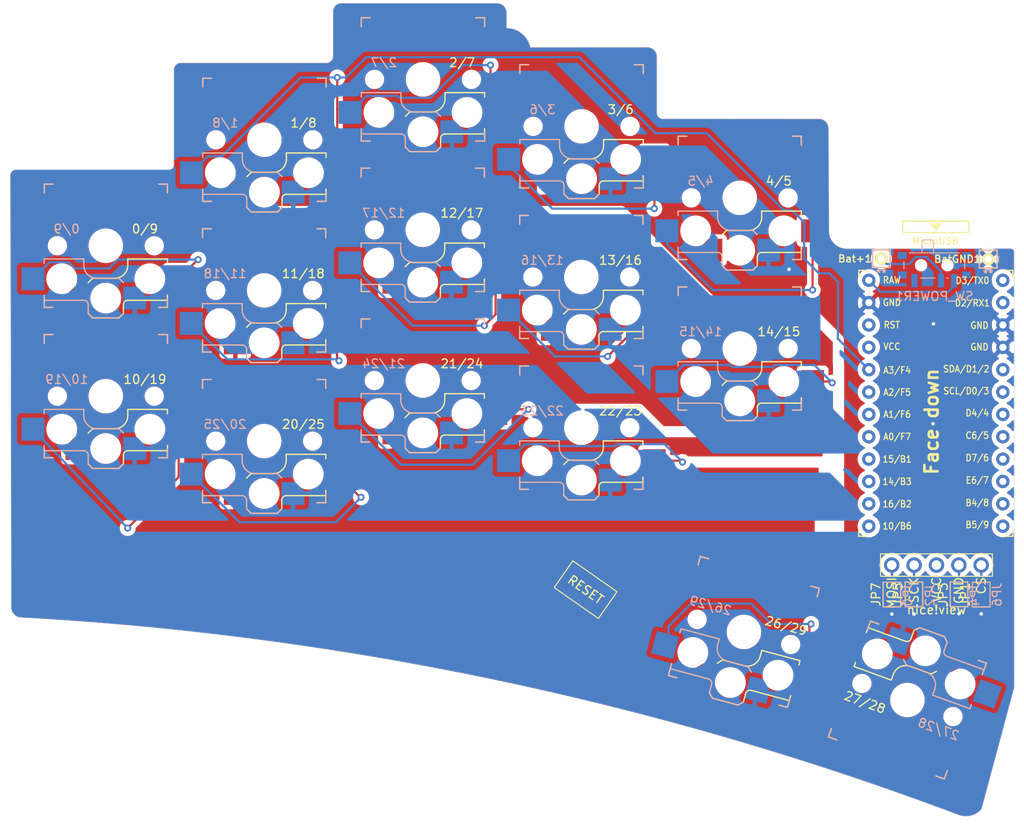
<source format=kicad_pcb>
(kicad_pcb (version 20240108) (generator "pcbnew") (generator_version "8.0")
  (layers (0 "F.Cu" signal) (31 "B.Cu" signal) (34 "B.Paste" user) (35 "F.Paste" user) (36 "B.SilkS" user "B.Silkscreen") (37 "F.SilkS" user "F.Silkscreen") (38 "B.Mask" user) (39 "F.Mask" user) (44 "Edge.Cuts" user))
  (net 0 "")
  (net 1 "BT+")
  (net 2 "gnd")
  (net 3 "vcc")
  (net 4 "reset")
  (net 5 "raw")
  (net 6 "s0")
  (net 7 "s1")
  (net 8 "s2")
  (net 9 "s3")
  (net 10 "MOSI")
  (net 11 "s4")
  (net 12 "SCK")
  (net 13 "CS")
  (net 14 "s10")
  (net 15 "s11")
  (net 16 "s12")
  (net 17 "s13")
  (net 18 "s14")
  (net 19 "s20")
  (net 20 "s21")
  (net 21 "s22")
  (net 22 "s26")
  (net 23 "s27")
  (net 25 "NV1")
  (net 26 "NV5")
  (net 27 "NV2")
  (net 28 "NV4")
  (footprint "kbd:ProMicro_v3" (layer "F.Cu") (at 238.769001 64.325433)
    (property "Reference" "U1" (hide yes))
    (property "Value" "ProMicro-kbd" (hide yes))
  )
  (footprint "chelming-kbd:choc_v1_hotswap_reversible_no_extras" (layer "F.Cu") (at 162.497201 68.120233)
    (property "Reference" "20/25")
    (property "Value" "SW_Push")
  )
  (footprint "chelming-kbd:choc_v1_hotswap_reversible_no_extras" (layer "F.Cu") (at 216.976566 89.805109 -15)
    (property "Reference" "26/29")
    (property "Value" "SW_Push")
  )
  (footprint "chelming-kbd:choc_v1_hotswap_reversible_no_extras" (layer "F.Cu") (at 180.505801 61.236833)
    (property "Reference" "21/24")
    (property "Value" "SW_Push")
  )
  (footprint "chelming-kbd:choc_v1_hotswap_reversible_no_extras" (layer "F.Cu") (at 198.514401 66.596233)
    (property "Reference" "22/23")
    (property "Value" "SW_Push")
  )
  (footprint "chelming-kbd:choc_v1_hotswap_reversible_no_extras" (layer "F.Cu") (at 162.522601 33.881033)
    (property "Reference" "1/8")
    (property "Value" "SW_Push")
  )
  (footprint "chelming-kbd:choc_v1_hotswap_reversible_no_extras" (layer "F.Cu") (at 144.514001 45.920633)
    (property "Reference" "0/9")
    (property "Value" "SW_Push")
  )
  (footprint "chelming-kbd:choc_v1_hotswap_reversible_no_extras" (layer "F.Cu") (at 144.514001 63.014833)
    (property "Reference" "10/19")
    (property "Value" "SW_Push")
  )
  (footprint "chelming-kbd:choc_v1_hotswap_reversible_no_extras" (layer "F.Cu") (at 198.514401 49.476633)
    (property "Reference" "13/16")
    (property "Value" "SW_Push")
  )
  (footprint "chelming-kbd:choc_v1_hotswap_reversible_no_extras" (layer "F.Cu") (at 180.505801 44.117233)
    (property "Reference" "12/17")
    (property "Value" "SW_Push")
  )
  (footprint "chelming-kbd:choc_v1_hotswap_reversible_no_extras" (layer "F.Cu") (at 198.539801 32.357033)
    (property "Reference" "3/6")
    (property "Value" "SW_Push")
  )
  (footprint "chelming-kbd:choc_v1_hotswap_reversible_no_extras" (layer "F.Cu") (at 180.531201 27.023033)
    (property "Reference" "2/7")
    (property "Value" "SW_Push")
  )
  (footprint "Button_Switch_SMD:SW_SPST_CK_RS282G05A3" (layer "F.Cu") (at 199 85 -35)
    (property "Reference" "RSW1" (hide yes))
    (property "Value" "SW_Push")
  )
  (footprint "chelming-kbd:choc_v1_hotswap_reversible_no_extras" (layer "F.Cu") (at 162.497201 51.000633)
    (property "Reference" "11/18")
    (property "Value" "SW_Push")
  )
  (footprint "chelming-kbd:choc_v1_hotswap_reversible_no_extras" (layer "F.Cu") (at 216.5 57.6)
    (property "Reference" "14/15")
    (property "Value" "SW_Push")
  )
  (footprint "chelming-kbd:choc_v1_hotswap_reversible_no_extras" (layer "F.Cu") (at 235.54168 97.538636 160)
    (property "Reference" "27/28")
    (property "Value" "SW_Push")
  )
  (footprint "Jumper:SolderJumper-2_P1.3mm_Open_TrianglePad1.0x1.5mm" (layer "F.Cu") (at 243.925 85.55 90)
    (property "Reference" "JP1")
    (property "Value" "Jumper_2_Small_Open")
  )
  (footprint "nice_view:nice_view" (layer "F.Cu") (at 238.842625 65.697008)
    (property "Reference" "J1")
    (property "Value" "nice!view")
  )
  (footprint "Jumper:SolderJumper-2_P1.3mm_Open_TrianglePad1.0x1.5mm" (layer "F.Cu") (at 241.4 85.525 90)
    (property "Reference" "JP3")
    (property "Value" "Jumper_2_Small_Open")
  )
  (footprint "kbd:1pin_conn" (layer "F.Cu") (at 232.575801 47.393833)
    (property "Reference" "Bat+1")
    (property "Value" "MountingHole_Pad" (hide yes))
  )
  (footprint "kbd:1pin_conn" (layer "F.Cu") (at 244.717001 47.444633)
    (property "Reference" "BatGND1")
    (property "Value" "MountingHole_Pad" (hide yes))
  )
  (footprint "Jumper:SolderJumper-2_P1.3mm_Open_TrianglePad1.0x1.5mm" (layer "F.Cu") (at 236.275 85.525 90)
    (property "Reference" "JP5")
    (property "Value" "Jumper_2_Small_Open")
  )
  (footprint "Jumper:SolderJumper-2_P1.3mm_Open_TrianglePad1.0x1.5mm" (layer "F.Cu") (at 233.775 85.55 90)
    (property "Reference" "JP7")
    (property "Value" "Jumper_2_Small_Open")
  )
  (footprint "chelming-kbd:choc_v1_hotswap_reversible_no_extras" (layer "F.Cu") (at 216.5 40.4804)
    (property "Reference" "4/5")
    (property "Value" "SW_Push")
  )
  (footprint "Jumper:SolderJumper-2_P1.3mm_Open_TrianglePad1.0x1.5mm" (layer "B.Cu") (at 243.925 85.575 90)
    (property "Reference" "JP6")
    (property "Value" "Jumper_2_Small_Open")
  )
  (footprint "Jumper:SolderJumper-2_P1.3mm_Open_TrianglePad1.0x1.5mm" (layer "B.Cu") (at 233.8 85.55 90)
    (property "Reference" "JP0")
    (property "Value" "Jumper_2_Small_Open")
  )
  (footprint "Button_Switch_SMD:SW_SPDT_PCM12" (layer "B.Cu") (at 238.595601 48.47)
    (property "Reference" "SW_POWER1")
    (property "Value" "SW_SPDT")
  )
  (footprint "Jumper:SolderJumper-2_P1.3mm_Open_TrianglePad1.0x1.5mm" (layer "B.Cu") (at 236.3 85.55 90)
    (property "Reference" "JP2")
    (property "Value" "Jumper_2_Small_Open")
  )
  (footprint "Jumper:SolderJumper-2_P1.3mm_Open_TrianglePad1.0x1.5mm" (layer "B.Cu") (at 241.4 85.55 90)
    (property "Reference" "JP4")
    (property "Value" "Jumper_2_Small_Open")
  )
  (gr_line (start 226.655521 44.319755) (end 226.589732 32.594929) (stroke (width 0.05)) (layer "Edge.Cuts"))
  (gr_arc (start 243.966841 109.944162) (mid 242.7 110.7) (end 241.231246 110.562182) (stroke (width 0.05)) (layer "Edge.Cuts"))
  (gr_arc (start 228.659911 46.245633) (mid 227.267307 45.689031) (end 226.655521 44.319755) (stroke (width 0.05)) (layer "Edge.Cuts"))
  (gr_arc (start 225.517635 31.503068) (mid 226.279827 31.826955) (end 226.589732 32.594929) (stroke (width 0.05)) (layer "Edge.Cuts"))
  (gr_line (start 192.734972 23.377939) (end 206.032621 23.371741) (stroke (width 0.05)) (layer "Edge.Cuts"))
  (gr_arc (start 188.944874 18.367935) (mid 189.722099 18.690013) (end 190.030801 19.453833) (stroke (width 0.05)) (layer "Edge.Cuts"))
  (gr_arc (start 206.032621 23.371741) (mid 206.78198 23.684801) (end 207.099601 24.432233) (stroke (width 0.05)) (layer "Edge.Cuts"))
  (gr_line (start 228.659911 46.245633) (end 247.24431 46.229289) (stroke (width 0.05)) (layer "Edge.Cuts"))
  (gr_arc (start 170.314986 19.305572) (mid 170.589985 18.639555) (end 171.254786 18.361633) (stroke (width 0.05)) (layer "Edge.Cuts"))
  (gr_arc (start 133.668201 37.947367) (mid 133.869067 37.462433) (end 134.354001 37.261567) (stroke (width 0.05)) (layer "Edge.Cuts"))
  (gr_arc (start 134.927181 88.170722) (mid 188.934245 95.307165) (end 241.231246 110.562182) (stroke (width 0.05)) (layer "Edge.Cuts"))
  (gr_line (start 133.668201 37.947367) (end 133.774076 87.020046) (stroke (width 0.05)) (layer "Edge.Cuts"))
  (gr_line (start 170.314986 19.305572) (end 170.314986 24.381433) (stroke (width 0.05)) (layer "Edge.Cuts"))
  (gr_arc (start 247.24431 46.229289) (mid 247.545504 46.350488) (end 247.670778 46.650021) (stroke (width 0.05)) (layer "Edge.Cuts"))
  (gr_line (start 151.785312 37.259233) (end 134.354001 37.261567) (stroke (width 0.05)) (layer "Edge.Cuts"))
  (gr_line (start 247.670778 46.650021) (end 247.688038 96.014281) (stroke (width 0.05)) (layer "Edge.Cuts"))
  (gr_line (start 225.517635 31.503068) (end 207.75249 31.493649) (stroke (width 0.05)) (layer "Edge.Cuts"))
  (gr_line (start 207.099601 30.8587) (end 207.099601 24.432233) (stroke (width 0.05)) (layer "Edge.Cuts"))
  (gr_arc (start 170.314986 24.381433) (mid 170.0918 24.920243) (end 169.552986 25.143433) (stroke (width 0.05)) (layer "Edge.Cuts"))
  (gr_arc (start 134.927181 88.170722) (mid 134.111973 87.834543) (end 133.774076 87.020046) (stroke (width 0.05)) (layer "Edge.Cuts"))
  (gr_line (start 169.552986 25.143433) (end 152.997601 25.143433) (stroke (width 0.05)) (layer "Edge.Cuts"))
  (gr_arc (start 152.235601 36.738533) (mid 152.112081 37.086761) (end 151.785312 37.259233) (stroke (width 0.05)) (layer "Edge.Cuts"))
  (gr_line (start 247.637238 96.268281) (end 243.966841 109.944162) (stroke (width 0.05)) (layer "Edge.Cuts"))
  (gr_arc (start 207.75249 31.493649) (mid 207.303554 31.307664) (end 207.117651 30.8587) (stroke (width 0.05)) (layer "Edge.Cuts"))
  (gr_line (start 152.235601 25.930833) (end 152.235601 36.738533) (stroke (width 0.05)) (layer "Edge.Cuts"))
  (gr_arc (start 152.235601 25.930833) (mid 152.457294 25.382972) (end 152.997601 25.143433) (stroke (width 0.05)) (layer "Edge.Cuts"))
  (gr_arc (start 190.030801 21.181033) (mid 191.767237 21.806389) (end 192.734972 23.377939) (stroke (width 0.05)) (layer "Edge.Cuts"))
  (gr_arc (start 247.688038 96.014281) (mid 247.675207 96.143794) (end 247.637238 96.268281) (stroke (width 0.05)) (layer "Edge.Cuts"))
  (gr_line (start 207.117651 30.8587) (end 207.099601 30.8587) (stroke (width 0.05)) (layer "Edge.Cuts"))
  (gr_line (start 188.944874 18.367935) (end 171.254786 18.361633) (stroke (width 0.05)) (layer "Edge.Cuts"))
  (gr_line (start 190.030801 21.181033) (end 190.030801 19.453833) (stroke (width 0.05)) (layer "Edge.Cuts"))
  (gr_text "Face down" (at 238.290801 65.910433 90) (layer "F.SilkS") (effects (font (size 1.5 1.5) (thickness 0.3))))
  (gr_text "RESET" (at 199 85 -35) (layer "F.SilkS") (effects (font (size 1 1))))
  (segment (start 237.7 47.2) (end 236.521834 47.2) (width 0.25) (layer "B.Cu") (net 1))
  (segment (start 233.181968 48) (end 232.575801 47.393833) (width 0.25) (layer "B.Cu") (net 1))
  (segment (start 239.345601 48.845601) (end 237.7 47.2) (width 0.25) (layer "B.Cu") (net 1))
  (segment (start 239.345601 50.086233) (end 239.345601 48.845601) (width 0.25) (layer "B.Cu") (net 1))
  (segment (start 236.521834 47.2) (end 235.721834 48) (width 0.25) (layer "B.Cu") (net 1))
  (segment (start 235.721834 48) (end 233.181968 48) (width 0.25) (layer "B.Cu") (net 1))
  (segment (start 236.275 86.25) (end 237.75 87.725) (width 0.25) (layer "F.Cu") (net 2))
  (segment (start 237.75 87.725) (end 241.4 87.725) (width 0.25) (layer "F.Cu") (net 2))
  (via (at 222.1 48.6) (size 0.8) (drill 0.4) (layers "F.Cu" "B.Cu") (net 2))
  (via (at 238.45 66.15) (size 0.8) (drill 0.4) (layers "F.Cu" "B.Cu") (net 2))
  (via (at 238.5 54.8) (size 0.8) (drill 0.4) (layers "F.Cu" "B.Cu") (net 2))
  (via (at 241.4 87.725) (size 0.8) (drill 0.4) (layers "F.Cu" "B.Cu") (net 2))
  (segment (start 241.4 86.275) (end 241.4 87.725) (width 0.25) (layer "B.Cu") (net 2))
  (segment (start 240.170601 51.161233) (end 232.474201 51.161233) (width 0.25) (layer "B.Cu") (net 5))
  (segment (start 240.845601 50.486233) (end 240.170601 51.161233) (width 0.25) (layer "B.Cu") (net 5))
  (segment (start 232.474201 51.161233) (end 231.160401 49.847433) (width 0.25) (layer "B.Cu") (net 5))
  (segment (start 240.845601 50.086233) (end 240.845601 50.486233) (width 0.25) (layer "B.Cu") (net 5))
  (segment (start 154.959634 47.5) (end 155 47.5) (width 0.25) (layer "F.Cu") (net 6))
  (segment (start 152.789001 49.670633) (end 154.959634 47.5) (width 0.25) (layer "F.Cu") (net 6))
  (via (at 155 47.5) (size 0.8) (drill 0.4) (layers "F.Cu" "B.Cu") (net 6))
  (segment (start 140.290651 47.795633) (end 138.114001 47.795633) (width 0.25) (layer "B.Cu") (net 6))
  (segment (start 138.114001 47.795633) (end 136.239001 49.670633) (width 0.25) (layer "B.Cu") (net 6))
  (segment (start 145.889633 47.5) (end 144.889633 48.5) (width 0.25) (layer "B.Cu") (net 6))
  (segment (start 140.995018 48.5) (end 140.290651 47.795633) (width 0.25) (layer "B.Cu") (net 6))
  (segment (start 144.889633 48.5) (end 140.995018 48.5) (width 0.25) (layer "B.Cu") (net 6))
  (segment (start 155 47.5) (end 145.889633 47.5) (width 0.25) (layer "B.Cu") (net 6))
  (segment (start 170.797601 30.397601) (end 170.797601 37.631033) (width 0.25) (layer "F.Cu") (net 7))
  (segment (start 170.8 26.8) (end 170.8 30.395202) (width 0.25) (layer "F.Cu") (net 7))
  (segment (start 170.8 30.395202) (end 170.797601 30.397601) (width 0.25) (layer "F.Cu") (net 7))
  (via (at 170.8 26.8) (size 0.8) (drill 0.4) (layers "F.Cu" "B.Cu") (net 7))
  (segment (start 222.463046 41.9054) (end 223.825 43.267354) (width 0.25) (layer "B.Cu") (net 7))
  (segment (start 221.516395 41.9054) (end 222.463046 41.9054) (width 0.25) (layer "B.Cu") (net 7))
  (segment (start 198.3 24.5) (end 206.932933 33.132933) (width 0.25) (layer "B.Cu") (net 7))
  (segment (start 170.8 26.8) (end 166.648635 26.8) (width 0.25) (layer "B.Cu") (net 7))
  (segment (start 156.122601 35.756033) (end 154.247601 37.631033) (width 0.25) (layer "B.Cu") (net 7))
  (segment (start 227.65 56.497032) (end 231.160401 60.007433) (width 0.25) (layer "B.Cu") (net 7))
  (segment (start 166.648635 26.8) (end 157.692602 35.756033) (width 0.25) (layer "B.Cu") (net 7))
  (segment (start 174.1 24.5) (end 198.3 24.5) (width 0.25) (layer "B.Cu") (net 7))
  (segment (start 226.672792 49.05) (end 227.65 50.027208) (width 0.25) (layer "B.Cu") (net 7))
  (segment (start 170.8 26.8) (end 171.8 26.8) (width 0.25) (layer "B.Cu") (net 7))
  (segment (start 157.692602 35.756033) (end 156.122601 35.756033) (width 0.25) (layer "B.Cu") (net 7))
  (segment (start 171.8 26.8) (end 174.1 24.5) (width 0.25) (layer "B.Cu") (net 7))
  (segment (start 223.825 47.388604) (end 225.486396 49.05) (width 0.25) (layer "B.Cu") (net 7))
  (segment (start 212.743928 33.132933) (end 221.516395 41.9054) (width 0.25) (layer "B.Cu") (net 7))
  (segment (start 225.486396 49.05) (end 226.672792 49.05) (width 0.25) (layer "B.Cu") (net 7))
  (segment (start 206.932933 33.132933) (end 212.743928 33.132933) (width 0.25) (layer "B.Cu") (net 7))
  (segment (start 227.65 50.027208) (end 227.65 56.497032) (width 0.25) (layer "B.Cu") (net 7))
  (segment (start 223.825 43.267354) (end 223.825 47.388604) (width 0.25) (layer "B.Cu") (net 7))
  (segment (start 188.2 25.4) (end 188.2 30.166832) (width 0.25) (layer "F.Cu") (net 8))
  (segment (start 188.2 30.166832) (end 188.806201 30.773033) (width 0.25) (layer "F.Cu") (net 8))
  (via (at 188.2 25.4) (size 0.8) (drill 0.4) (layers "F.Cu" "B.Cu") (net 8))
  (segment (start 177.624317 28.898033) (end 174.131201 28.898033) (width 0.25) (layer "B.Cu") (net 8))
  (segment (start 174.131201 28.898033) (end 172.256201 30.773033) (width 0.25) (layer "B.Cu") (net 8))
  (segment (start 188.2 25.4) (end 185.109233 25.4) (width 0.25) (layer "B.Cu") (net 8))
  (segment (start 185.109233 25.4) (end 181.3967 29.112533) (width 0.25) (layer "B.Cu") (net 8))
  (segment (start 177.838817 29.112533) (end 177.624317 28.898033) (width 0.25) (layer "B.Cu") (net 8))
  (segment (start 181.3967 29.112533) (end 177.838817 29.112533) (width 0.25) (layer "B.Cu") (net 8))
  (segment (start 206.8 41.7063) (end 206.814801 41.691499) (width 0.25) (layer "F.Cu") (net 9))
  (segment (start 206.814801 41.691499) (end 206.814801 36.107033) (width 0.25) (layer "F.Cu") (net 9))
  (via (at 206.8 41.7063) (size 0.8) (drill 0.4) (layers "F.Cu" "B.Cu") (net 9))
  (segment (start 190.264801 36.764801) (end 190.264801 36.107033) (width 0.25) (layer "B.Cu") (net 9))
  (segment (start 206.8 41.7063) (end 195.2063 41.7063) (width 0.25) (layer "B.Cu") (net 9))
  (segment (start 195.2063 41.7063) (end 190.264801 36.764801) (width 0.25) (layer "B.Cu") (net 9))
  (segment (start 235.475 89.475) (end 233.775 87.775) (width 0.25) (layer "F.Cu") (net 10))
  (segment (start 244.65 87) (end 244.65 88.075) (width 0.25) (layer "F.Cu") (net 10))
  (segment (start 244.65 88.075) (end 243.25 89.475) (width 0.25) (layer "F.Cu") (net 10))
  (segment (start 243.925 86.275) (end 244.65 87) (width 0.25) (layer "F.Cu") (net 10))
  (segment (start 243.25 89.475) (end 235.475 89.475) (width 0.25) (layer "F.Cu") (net 10))
  (via (at 233.775 87.775) (size 0.8) (drill 0.4) (layers "F.Cu" "B.Cu") (net 10))
  (segment (start 233.8 87.75) (end 233.775 87.775) (width 0.25) (layer "B.Cu") (net 10))
  (segment (start 233.8 86.275) (end 233.8 87.75) (width 0.25) (layer "B.Cu") (net 10))
  (segment (start 224.775 50.95) (end 224.775 44.2304) (width 0.25) (layer "F.Cu") (net 11))
  (via (at 224.775 50.95) (size 0.8) (drill 0.4) (layers "F.Cu" "B.Cu") (net 11))
  (segment (start 224.775 50.95) (end 213.45 50.95) (width 0.25) (layer "B.Cu") (net 11))
  (segment (start 208.225 45.725) (end 208.225 44.2304) (width 0.25) (layer "B.Cu") (net 11))
  (segment (start 213.45 50.95) (end 208.225 45.725) (width 0.25) (layer "B.Cu") (net 11))
  (segment (start 242.125 88.325) (end 242 88.45) (width 0.25) (layer "F.Cu") (net 12))
  (segment (start 242.125 86.975) (end 242.125 88.325) (width 0.25) (layer "F.Cu") (net 12))
  (segment (start 236.975 88.45) (end 236.3 87.775) (width 0.25) (layer "F.Cu") (net 12))
  (segment (start 241.4 86.25) (end 242.125 86.975) (width 0.25) (layer "F.Cu") (net 12))
  (segment (start 242 88.45) (end 236.975 88.45) (width 0.25) (layer "F.Cu") (net 12))
  (via (at 236.3 87.775) (size 0.8) (drill 0.4) (layers "F.Cu" "B.Cu") (net 12))
  (segment (start 236.3 86.275) (end 236.3 87.775) (width 0.25) (layer "B.Cu") (net 12))
  (segment (start 233.775 86.275) (end 233.775 86.275305) (width 0.25) (layer "F.Cu") (net 13))
  (segment (start 242.775 88.9) (end 243.925 87.75) (width 0.25) (layer "F.Cu") (net 13))
  (segment (start 236.399695 88.9) (end 242.775 88.9) (width 0.25) (layer "F.Cu") (net 13))
  (segment (start 233.775 86.275305) (end 236.399695 88.9) (width 0.25) (layer "F.Cu") (net 13))
  (via (at 243.925 87.75) (size 0.8) (drill 0.4) (layers "F.Cu" "B.Cu") (net 13))
  (segment (start 243.925 86.3) (end 243.925 87.75) (width 0.25) (layer "B.Cu") (net 13))
  (segment (start 152.789001 72.210999) (end 147 78) (width 0.25) (layer "F.Cu") (net 14))
  (segment (start 152.789001 66.764833) (end 152.789001 72.210999) (width 0.25) (layer "F.Cu") (net 14))
  (via (at 147 78) (size 0.8) (drill 0.4) (layers "F.Cu" "B.Cu") (net 14))
  (segment (start 147 78) (end 136.239001 66.764833) (width 0.25) (layer "B.Cu") (net 14))
  (segment (start 170.772201 54.750633) (end 170.772201 58.772201) (width 0.25) (layer "F.Cu") (net 15))
  (segment (start 170.772201 58.772201) (end 171 59) (width 0.25) (layer "F.Cu") (net 15))
  (via (at 171 59) (size 0.8) (drill 0.4) (layers "F.Cu" "B.Cu") (net 15))
  (segment (start 158.297201 58.825633) (end 154.222201 54.750633) (width 0.25) (layer "B.Cu") (net 15))
  (segment (start 171 59) (end 170.825633 58.825633) (width 0.25) (layer "B.Cu") (net 15))
  (segment (start 170.825633 58.825633) (end 158.297201 58.825633) (width 0.25) (layer "B.Cu") (net 15))
  (segment (start 188.780801 47.867233) (end 188.780801 53.719199) (width 0.25) (layer "F.Cu") (net 16))
  (segment (start 188.780801 53.719199) (end 187.5 55) (width 0.25) (layer "F.Cu") (net 16))
  (via (at 187.5 55) (size 0.8) (drill 0.4) (layers "F.Cu" "B.Cu") (net 16))
  (segment (start 179.363568 55) (end 172.230801 47.867233) (width 0.25) (layer "B.Cu") (net 16))
  (segment (start 187.5 55) (end 179.363568 55) (width 0.25) (layer "B.Cu") (net 16))
  (segment (start 206.773367 53.226633) (end 201.5 58.5) (width 0.25) (layer "F.Cu") (net 17))
  (segment (start 206.789401 53.226633) (end 206.773367 53.226633) (width 0.25) (layer "F.Cu") (net 17))
  (via (at 201.5 58.5) (size 0.8) (drill 0.4) (layers "F.Cu" "B.Cu") (net 17))
  (segment (start 201.5 58.5) (end 195.512768 58.5) (width 0.25) (layer "B.Cu") (net 17))
  (segment (start 195.512768 58.5) (end 190.239401 53.226633) (width 0.25) (layer "B.Cu") (net 17))
  (segment (start 224.775 61.35) (end 226.85 61.35) (width 0.25) (layer "F.Cu") (net 18))
  (segment (start 226.85 61.35) (end 227 61.5) (width 0.25) (layer "F.Cu") (net 18))
  (via (at 227 61.5) (size 0.8) (drill 0.4) (layers "F.Cu" "B.Cu") (net 18))
  (segment (start 210.1 59.475) (end 215.420001 59.475) (width 0.25) (layer "B.Cu") (net 18))
  (segment (start 220.525 59.475) (end 224.975 59.475) (width 0.25) (layer "B.Cu") (net 18))
  (segment (start 224.975 59.475) (end 227 61.5) (width 0.25) (layer "B.Cu") (net 18))
  (segment (start 215.420001 59.475) (end 215.634501 59.6895) (width 0.25) (layer "B.Cu") (net 18))
  (segment (start 208.225 61.35) (end 210.1 59.475) (width 0.25) (layer "B.Cu") (net 18))
  (segment (start 215.634501 59.6895) (end 220.3105 59.6895) (width 0.25) (layer "B.Cu") (net 18))
  (segment (start 220.3105 59.6895) (end 220.525 59.475) (width 0.25) (layer "B.Cu") (net 18))
  (segment (start 173.5 74.5) (end 173.401968 74.5) (width 0.25) (layer "F.Cu") (net 19))
  (segment (start 173.401968 74.5) (end 170.772201 71.870233) (width 0.25) (layer "F.Cu") (net 19))
  (via (at 173.5 74.5) (size 0.8) (drill 0.4) (layers "F.Cu" "B.Cu") (net 19))
  (segment (start 154.222201 71.870233) (end 159.689401 77.337433) (width 0.25) (layer "B.Cu") (net 19))
  (segment (start 159.689401 77.337433) (end 170.662567 77.337433) (width 0.25) (layer "B.Cu") (net 19))
  (segment (start 170.662567 77.337433) (end 173.5 74.5) (width 0.25) (layer "B.Cu") (net 19))
  (segment (start 192.493267 64.506733) (end 189.260901 64.506733) (width 0.25) (layer "F.Cu") (net 20))
  (segment (start 189.260901 64.506733) (end 188.780801 64.986833) (width 0.25) (layer "F.Cu") (net 20))
  (segment (start 192.5 64.5) (end 192.493267 64.506733) (width 0.25) (layer "F.Cu") (net 20))
  (via (at 192.5 64.5) (size 0.8) (drill 0.4) (layers "F.Cu" "B.Cu") (net 20))
  (segment (start 178.043968 70.8) (end 186.2 70.8) (width 0.25) (layer "B.Cu") (net 20))
  (segment (start 172.230801 64.986833) (end 178.043968 70.8) (width 0.25) (layer "B.Cu") (net 20))
  (segment (start 186.2 70.8) (end 192.5 64.5) (width 0.25) (layer "B.Cu") (net 20))
  (segment (start 210 70.5) (end 209.846233 70.346233) (width 0.25) (layer "F.Cu") (net 21))
  (segment (start 209.846233 70.346233) (end 206.789401 70.346233) (width 0.25) (layer "F.Cu") (net 21))
  (via (at 210 70.5) (size 0.8) (drill 0.4) (layers "F.Cu" "B.Cu") (net 21))
  (segment (start 192.114401 68.471233) (end 194.471233 68.471233) (width 0.25) (layer "B.Cu") (net 21))
  (segment (start 194.471233 68.471233) (end 194.685733 68.685733) (width 0.25) (layer "B.Cu") (net 21))
  (segment (start 194.685733 68.685733) (end 202.314267 68.685733) (width 0.25) (layer "B.Cu") (net 21))
  (segment (start 207.971233 68.471233) (end 210 70.5) (width 0.25) (layer "B.Cu") (net 21))
  (segment (start 202.314267 68.685733) (end 202.528767 68.471233) (width 0.25) (layer "B.Cu") (net 21))
  (segment (start 202.528767 68.471233) (end 207.971233 68.471233) (width 0.25) (layer "B.Cu") (net 21))
  (segment (start 190.239401 70.346233) (end 192.114401 68.471233) (width 0.25) (layer "B.Cu") (net 21))
  (segment (start 224.409066 89.205934) (end 224.409066 95.118582) (width 0.25) (layer "F.Cu") (net 22))
  (segment (start 224.6 88.9) (end 224.6 89.015) (width 0.25) (layer "F.Cu") (net 22))
  (segment (start 224.6 89.015) (end 224.409066 89.205934) (width 0.25) (layer "F.Cu") (net 22))
  (via (at 224.6 88.9) (size 0.8) (drill 0.4) (layers "F.Cu" "B.Cu") (net 22))
  (segment (start 217.8 86.6) (end 210.955947 86.6) (width 0.25) (layer "B.Cu") (net 22))
  (segment (start 220.1 88.9) (end 217.8 86.6) (width 0.25) (layer "B.Cu") (net 22))
  (segment (start 208.422993 89.132954) (end 208.422993 90.835127) (width 0.25) (layer "B.Cu") (net 22))
  (segment (start 210.955947 86.6) (end 208.422993 89.132954) (width 0.25) (layer "B.Cu") (net 22))
  (segment (start 224.6 88.9) (end 220.1 88.9) (width 0.25) (layer "B.Cu") (net 22))
  (segment (start 233.8 82.244383) (end 233.762625 82.207008) (width 0.25) (layer "F.Cu") (net 25))
  (segment (start 233.8 84.825) (end 233.8 82.244383) (width 0.25) (layer "F.Cu") (net 25))
  (segment (start 233.775 84.825) (end 233.775 82.219383) (width 0.25) (layer "B.Cu") (net 25))
  (segment (start 233.775 82.219383) (end 233.762625 82.207008) (width 0.25) (layer "B.Cu") (net 25))
  (segment (start 243.925 84.85) (end 243.925 82.209383) (width 0.25) (layer "F.Cu") (net 26))
  (segment (start 243.925 82.209383) (end 243.922625 82.207008) (width 0.25) (layer "F.Cu") (net 26))
  (segment (start 243.925 84.825) (end 243.925 82.209383) (width 0.25) (layer "B.Cu") (net 26))
  (segment (start 243.925 82.209383) (end 243.922625 82.207008) (width 0.25) (layer "B.Cu") (net 26))
  (segment (start 236.3 82.209633) (end 236.302625 82.207008) (width 0.25) (layer "F.Cu") (net 27))
  (segment (start 236.3 84.825) (end 236.3 82.209633) (width 0.25) (layer "F.Cu") (net 27))
  (segment (start 236.275 82.234633) (end 236.302625 82.207008) (width 0.25) (layer "B.Cu") (net 27))
  (segment (start 236.275 84.8) (end 236.275 82.234633) (width 0.25) (layer "B.Cu") (net 27))
  (segment (start 241.4 82.224383) (end 241.382625 82.207008) (width 0.25) (layer "F.Cu") (net 28))
  (segment (start 241.4 84.825) (end 241.4 82.224383) (width 0.25) (layer "F.Cu") (net 28))
  (segment (start 241.4 84.8) (end 241.4 82.224383) (width 0.25) (layer "B.Cu") (net 28))
  (segment (start 241.4 82.224383) (end 241.382625 82.207008) (width 0.25) (layer "B.Cu") (net 28))
  (zone (net 2) (net_name "gnd") (layers "F&B.Cu") (connect_pads (clearance 0.508)) (min_thickness 0.25) (fill yes (thermal_gap 0.5) (thermal_bridge_width 0.5) (island_removal_mode 1) (island_area_min 10))
    (polygon (pts (xy 248.5 18) (xy 132.5 18) (xy 132.5 110.5) (xy 248.8 111.6)))
  )
)
</source>
